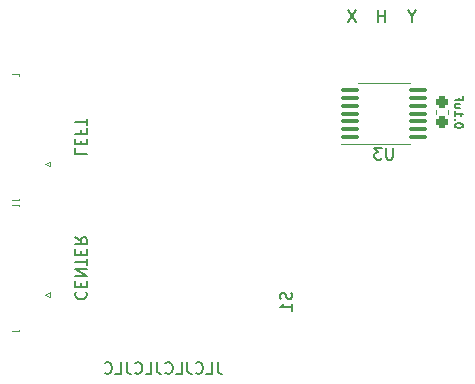
<source format=gbo>
G04 #@! TF.GenerationSoftware,KiCad,Pcbnew,(6.0.1)*
G04 #@! TF.CreationDate,2022-09-26T11:52:35-04:00*
G04 #@! TF.ProjectId,consolizer,636f6e73-6f6c-4697-9a65-722e6b696361,rev?*
G04 #@! TF.SameCoordinates,Original*
G04 #@! TF.FileFunction,Legend,Bot*
G04 #@! TF.FilePolarity,Positive*
%FSLAX46Y46*%
G04 Gerber Fmt 4.6, Leading zero omitted, Abs format (unit mm)*
G04 Created by KiCad (PCBNEW (6.0.1)) date 2022-09-26 11:52:35*
%MOMM*%
%LPD*%
G01*
G04 APERTURE LIST*
G04 Aperture macros list*
%AMRoundRect*
0 Rectangle with rounded corners*
0 $1 Rounding radius*
0 $2 $3 $4 $5 $6 $7 $8 $9 X,Y pos of 4 corners*
0 Add a 4 corners polygon primitive as box body*
4,1,4,$2,$3,$4,$5,$6,$7,$8,$9,$2,$3,0*
0 Add four circle primitives for the rounded corners*
1,1,$1+$1,$2,$3*
1,1,$1+$1,$4,$5*
1,1,$1+$1,$6,$7*
1,1,$1+$1,$8,$9*
0 Add four rect primitives between the rounded corners*
20,1,$1+$1,$2,$3,$4,$5,0*
20,1,$1+$1,$4,$5,$6,$7,0*
20,1,$1+$1,$6,$7,$8,$9,0*
20,1,$1+$1,$8,$9,$2,$3,0*%
G04 Aperture macros list end*
%ADD10C,0.150000*%
%ADD11C,0.120000*%
%ADD12C,2.775000*%
%ADD13C,2.200000*%
%ADD14R,1.700000X1.700000*%
%ADD15O,1.700000X1.700000*%
%ADD16R,4.000000X4.000000*%
%ADD17RoundRect,0.237500X-0.237500X0.287500X-0.237500X-0.287500X0.237500X-0.287500X0.237500X0.287500X0*%
%ADD18R,1.100000X0.300000*%
%ADD19R,1.987500X1.362500*%
%ADD20R,3.100000X2.300000*%
%ADD21RoundRect,0.100000X-0.637500X-0.100000X0.637500X-0.100000X0.637500X0.100000X-0.637500X0.100000X0*%
G04 APERTURE END LIST*
D10*
X179119047Y-104952380D02*
X179119047Y-105666666D01*
X179166666Y-105809523D01*
X179261904Y-105904761D01*
X179404761Y-105952380D01*
X179500000Y-105952380D01*
X178166666Y-105952380D02*
X178642857Y-105952380D01*
X178642857Y-104952380D01*
X177261904Y-105857142D02*
X177309523Y-105904761D01*
X177452380Y-105952380D01*
X177547619Y-105952380D01*
X177690476Y-105904761D01*
X177785714Y-105809523D01*
X177833333Y-105714285D01*
X177880952Y-105523809D01*
X177880952Y-105380952D01*
X177833333Y-105190476D01*
X177785714Y-105095238D01*
X177690476Y-105000000D01*
X177547619Y-104952380D01*
X177452380Y-104952380D01*
X177309523Y-105000000D01*
X177261904Y-105047619D01*
X176547619Y-104952380D02*
X176547619Y-105666666D01*
X176595238Y-105809523D01*
X176690476Y-105904761D01*
X176833333Y-105952380D01*
X176928571Y-105952380D01*
X175595238Y-105952380D02*
X176071428Y-105952380D01*
X176071428Y-104952380D01*
X174690476Y-105857142D02*
X174738095Y-105904761D01*
X174880952Y-105952380D01*
X174976190Y-105952380D01*
X175119047Y-105904761D01*
X175214285Y-105809523D01*
X175261904Y-105714285D01*
X175309523Y-105523809D01*
X175309523Y-105380952D01*
X175261904Y-105190476D01*
X175214285Y-105095238D01*
X175119047Y-105000000D01*
X174976190Y-104952380D01*
X174880952Y-104952380D01*
X174738095Y-105000000D01*
X174690476Y-105047619D01*
X173976190Y-104952380D02*
X173976190Y-105666666D01*
X174023809Y-105809523D01*
X174119047Y-105904761D01*
X174261904Y-105952380D01*
X174357142Y-105952380D01*
X173023809Y-105952380D02*
X173500000Y-105952380D01*
X173500000Y-104952380D01*
X172119047Y-105857142D02*
X172166666Y-105904761D01*
X172309523Y-105952380D01*
X172404761Y-105952380D01*
X172547619Y-105904761D01*
X172642857Y-105809523D01*
X172690476Y-105714285D01*
X172738095Y-105523809D01*
X172738095Y-105380952D01*
X172690476Y-105190476D01*
X172642857Y-105095238D01*
X172547619Y-105000000D01*
X172404761Y-104952380D01*
X172309523Y-104952380D01*
X172166666Y-105000000D01*
X172119047Y-105047619D01*
X171404761Y-104952380D02*
X171404761Y-105666666D01*
X171452380Y-105809523D01*
X171547619Y-105904761D01*
X171690476Y-105952380D01*
X171785714Y-105952380D01*
X170452380Y-105952380D02*
X170928571Y-105952380D01*
X170928571Y-104952380D01*
X169547619Y-105857142D02*
X169595238Y-105904761D01*
X169738095Y-105952380D01*
X169833333Y-105952380D01*
X169976190Y-105904761D01*
X170071428Y-105809523D01*
X170119047Y-105714285D01*
X170166666Y-105523809D01*
X170166666Y-105380952D01*
X170119047Y-105190476D01*
X170071428Y-105095238D01*
X169976190Y-105000000D01*
X169833333Y-104952380D01*
X169738095Y-104952380D01*
X169595238Y-105000000D01*
X169547619Y-105047619D01*
X195600000Y-75676190D02*
X195600000Y-76152380D01*
X195933333Y-75152380D02*
X195600000Y-75676190D01*
X195266666Y-75152380D01*
X190833333Y-75152380D02*
X190166666Y-76152380D01*
X190166666Y-75152380D02*
X190833333Y-76152380D01*
X193285714Y-76152380D02*
X193285714Y-75152380D01*
X193285714Y-75628571D02*
X192714285Y-75628571D01*
X192714285Y-76152380D02*
X192714285Y-75152380D01*
X167047619Y-86852380D02*
X167047619Y-87328571D01*
X168047619Y-87328571D01*
X167571428Y-86519047D02*
X167571428Y-86185714D01*
X167047619Y-86042857D02*
X167047619Y-86519047D01*
X168047619Y-86519047D01*
X168047619Y-86042857D01*
X167571428Y-85280952D02*
X167571428Y-85614285D01*
X167047619Y-85614285D02*
X168047619Y-85614285D01*
X168047619Y-85138095D01*
X168047619Y-84900000D02*
X168047619Y-84328571D01*
X167047619Y-84614285D02*
X168047619Y-84614285D01*
X199883333Y-84950000D02*
X199883333Y-84883333D01*
X199850000Y-84816666D01*
X199816666Y-84783333D01*
X199750000Y-84750000D01*
X199616666Y-84716666D01*
X199450000Y-84716666D01*
X199316666Y-84750000D01*
X199250000Y-84783333D01*
X199216666Y-84816666D01*
X199183333Y-84883333D01*
X199183333Y-84950000D01*
X199216666Y-85016666D01*
X199250000Y-85050000D01*
X199316666Y-85083333D01*
X199450000Y-85116666D01*
X199616666Y-85116666D01*
X199750000Y-85083333D01*
X199816666Y-85050000D01*
X199850000Y-85016666D01*
X199883333Y-84950000D01*
X199250000Y-84416666D02*
X199216666Y-84383333D01*
X199183333Y-84416666D01*
X199216666Y-84450000D01*
X199250000Y-84416666D01*
X199183333Y-84416666D01*
X199183333Y-83716666D02*
X199183333Y-84116666D01*
X199183333Y-83916666D02*
X199883333Y-83916666D01*
X199783333Y-83983333D01*
X199716666Y-84050000D01*
X199683333Y-84116666D01*
X199650000Y-83116666D02*
X199183333Y-83116666D01*
X199650000Y-83416666D02*
X199283333Y-83416666D01*
X199216666Y-83383333D01*
X199183333Y-83316666D01*
X199183333Y-83216666D01*
X199216666Y-83150000D01*
X199250000Y-83116666D01*
X199550000Y-82550000D02*
X199550000Y-82783333D01*
X199183333Y-82783333D02*
X199883333Y-82783333D01*
X199883333Y-82450000D01*
X167142857Y-99000000D02*
X167095238Y-99047619D01*
X167047619Y-99190476D01*
X167047619Y-99285714D01*
X167095238Y-99428571D01*
X167190476Y-99523809D01*
X167285714Y-99571428D01*
X167476190Y-99619047D01*
X167619047Y-99619047D01*
X167809523Y-99571428D01*
X167904761Y-99523809D01*
X168000000Y-99428571D01*
X168047619Y-99285714D01*
X168047619Y-99190476D01*
X168000000Y-99047619D01*
X167952380Y-99000000D01*
X167571428Y-98571428D02*
X167571428Y-98238095D01*
X167047619Y-98095238D02*
X167047619Y-98571428D01*
X168047619Y-98571428D01*
X168047619Y-98095238D01*
X167047619Y-97666666D02*
X168047619Y-97666666D01*
X167047619Y-97095238D01*
X168047619Y-97095238D01*
X168047619Y-96761904D02*
X168047619Y-96190476D01*
X167047619Y-96476190D02*
X168047619Y-96476190D01*
X167571428Y-95857142D02*
X167571428Y-95523809D01*
X167047619Y-95380952D02*
X167047619Y-95857142D01*
X168047619Y-95857142D01*
X168047619Y-95380952D01*
X167047619Y-94380952D02*
X167523809Y-94714285D01*
X167047619Y-94952380D02*
X168047619Y-94952380D01*
X168047619Y-94571428D01*
X168000000Y-94476190D01*
X167952380Y-94428571D01*
X167857142Y-94380952D01*
X167714285Y-94380952D01*
X167619047Y-94428571D01*
X167571428Y-94476190D01*
X167523809Y-94571428D01*
X167523809Y-94952380D01*
X185369761Y-99060095D02*
X185417380Y-99202952D01*
X185417380Y-99441047D01*
X185369761Y-99536285D01*
X185322142Y-99583904D01*
X185226904Y-99631523D01*
X185131666Y-99631523D01*
X185036428Y-99583904D01*
X184988809Y-99536285D01*
X184941190Y-99441047D01*
X184893571Y-99250571D01*
X184845952Y-99155333D01*
X184798333Y-99107714D01*
X184703095Y-99060095D01*
X184607857Y-99060095D01*
X184512619Y-99107714D01*
X184465000Y-99155333D01*
X184417380Y-99250571D01*
X184417380Y-99488666D01*
X184465000Y-99631523D01*
X185417380Y-100583904D02*
X185417380Y-100012476D01*
X185417380Y-100298190D02*
X184417380Y-100298190D01*
X184560238Y-100202952D01*
X184655476Y-100107714D01*
X184703095Y-100012476D01*
X193961904Y-86802380D02*
X193961904Y-87611904D01*
X193914285Y-87707142D01*
X193866666Y-87754761D01*
X193771428Y-87802380D01*
X193580952Y-87802380D01*
X193485714Y-87754761D01*
X193438095Y-87707142D01*
X193390476Y-87611904D01*
X193390476Y-86802380D01*
X193009523Y-86802380D02*
X192390476Y-86802380D01*
X192723809Y-87183333D01*
X192580952Y-87183333D01*
X192485714Y-87230952D01*
X192438095Y-87278571D01*
X192390476Y-87373809D01*
X192390476Y-87611904D01*
X192438095Y-87707142D01*
X192485714Y-87754761D01*
X192580952Y-87802380D01*
X192866666Y-87802380D01*
X192961904Y-87754761D01*
X193009523Y-87707142D01*
D11*
X198610000Y-83603733D02*
X198610000Y-83946267D01*
X197590000Y-83603733D02*
X197590000Y-83946267D01*
X162310000Y-80705000D02*
X162310000Y-80595000D01*
X162310000Y-91135000D02*
X162310000Y-91245000D01*
X164500000Y-88170000D02*
X164900000Y-87970000D01*
X162310000Y-80595000D02*
X161710000Y-80595000D01*
X164900000Y-87970000D02*
X164900000Y-88370000D01*
X162310000Y-91245000D02*
X161710000Y-91245000D01*
X164900000Y-88370000D02*
X164500000Y-88170000D01*
X164900000Y-99430000D02*
X164500000Y-99230000D01*
X162310000Y-91655000D02*
X161710000Y-91655000D01*
X162310000Y-102305000D02*
X161710000Y-102305000D01*
X162310000Y-102195000D02*
X162310000Y-102305000D01*
X162310000Y-91765000D02*
X162310000Y-91655000D01*
X164500000Y-99230000D02*
X164900000Y-99030000D01*
X164900000Y-99030000D02*
X164900000Y-99430000D01*
X193200000Y-86510000D02*
X195400000Y-86510000D01*
X193200000Y-81290000D02*
X191000000Y-81290000D01*
X193200000Y-86510000D02*
X189600000Y-86510000D01*
X193200000Y-81290000D02*
X195400000Y-81290000D01*
D12*
X188290000Y-99822000D03*
X197790000Y-99822000D03*
X193040000Y-99822000D03*
%LPC*%
D13*
X163300000Y-72800000D03*
X163400000Y-104700000D03*
X206000000Y-104700000D03*
D14*
X203000000Y-75900000D03*
D15*
X205540000Y-75900000D03*
D14*
X172200000Y-78600000D03*
D15*
X172200000Y-76060000D03*
X174740000Y-78600000D03*
X174740000Y-76060000D03*
X177280000Y-78600000D03*
X177280000Y-76060000D03*
D14*
X180500000Y-103300000D03*
D15*
X177960000Y-103300000D03*
X175420000Y-103300000D03*
X172880000Y-103300000D03*
X170340000Y-103300000D03*
X167800000Y-103300000D03*
D16*
X210500000Y-88800000D03*
D14*
X190500000Y-77900000D03*
D15*
X193040000Y-77900000D03*
X195580000Y-77900000D03*
D13*
X206100000Y-72700000D03*
D14*
X203000000Y-79000000D03*
D15*
X205540000Y-79000000D03*
D17*
X198100000Y-82900000D03*
X198100000Y-84650000D03*
D18*
X165700000Y-88170000D03*
X165700000Y-87670000D03*
X165700000Y-87170000D03*
X165700000Y-86670000D03*
X165700000Y-86170000D03*
X165700000Y-85670000D03*
X165700000Y-85170000D03*
X165700000Y-84670000D03*
X165700000Y-84170000D03*
X165700000Y-83670000D03*
D19*
X163975000Y-84070000D03*
D20*
X164000000Y-82000000D03*
X164000000Y-89840000D03*
D18*
X165700000Y-99230000D03*
X165700000Y-98730000D03*
X165700000Y-98230000D03*
X165700000Y-97730000D03*
X165700000Y-97230000D03*
X165700000Y-96730000D03*
X165700000Y-96230000D03*
X165700000Y-95730000D03*
X165700000Y-95230000D03*
X165700000Y-94730000D03*
D20*
X164000000Y-100900000D03*
X164000000Y-93060000D03*
D12*
X188290000Y-99822000D03*
X197790000Y-99822000D03*
X193040000Y-99822000D03*
D21*
X190337500Y-85850000D03*
X190337500Y-85200000D03*
X190337500Y-84550000D03*
X190337500Y-83900000D03*
X190337500Y-83250000D03*
X190337500Y-82600000D03*
X190337500Y-81950000D03*
X196062500Y-81950000D03*
X196062500Y-82600000D03*
X196062500Y-83250000D03*
X196062500Y-83900000D03*
X196062500Y-84550000D03*
X196062500Y-85200000D03*
X196062500Y-85850000D03*
M02*

</source>
